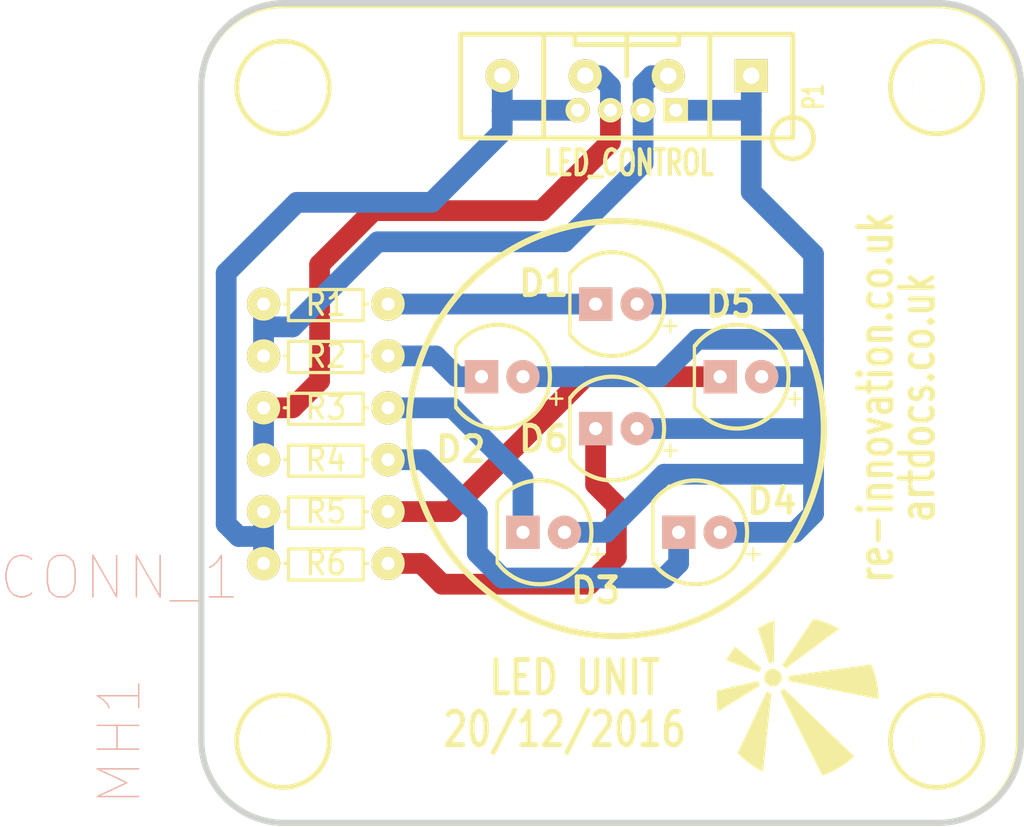
<source format=kicad_pcb>
(kicad_pcb (version 20221018) (generator pcbnew)
  (title_block (date "12 jul 2015"))
  (layers (0 "F.Cu" signal "Front") (31 "B.Cu" signal "Back") (34 "B.Paste" user) (35 "F.Paste" user) (36 "B.SilkS" user "B.Silkscreen") (37 "F.SilkS" user "F.Silkscreen") (38 "B.Mask" user) (39 "F.Mask" user) (44 "Edge.Cuts" user))
  (net 0 "")
  (net 1 "Net-(D1-Pad2)")
  (net 2 "Net-(D1-Pad1)")
  (net 3 "Net-(P1-Pad2)")
  (net 4 "Net-(P1-Pad3)")
  (net 5 "Net-(P1-Pad4)")
  (net 6 "Net-(D2-Pad1)")
  (net 7 "Net-(D3-Pad1)")
  (net 8 "Net-(D4-Pad1)")
  (net 9 "Net-(D5-Pad1)")
  (net 10 "Net-(D6-Pad1)")
  (footprint "REInnovationFootprint:TH_LED-5MM_larg_pad" (layer "F.Cu") (at 186.69 70.485 180)
    (fp_text reference "D1" (at 4.445 1.27 180) (layer "F.SilkS") (effects (font (size 1.524 1.524) (thickness 0.3048))))
    (fp_text value "LED" hide)
    (fp_text user "+" (at -3.302 -1.27 180) (layer "F.SilkS"))
    (fp_line (start 2.8448 1.905) (end 2.8448 -1.905) (stroke (width 0.2032)) (layer "F.SilkS"))
    (fp_arc (start 2.794 1.905) (mid -2.921 0.001668) (end 2.791997 -1.907668) (stroke (width 0.254)) (layer "F.SilkS"))
    (pad "1" thru_hole rect (at 1.27 0 180) (size 2.032 2.032) (drill 0.8128) (layers "*.Cu" "*.SilkS" "*.Mask" "F.Paste") (net 2 "Net-(D1-Pad1)"))
    (pad "2" thru_hole circle (at -1.27 0 180) (size 2.032 2.032) (drill 0.8128) (layers "*.Cu" "*.SilkS" "*.Mask" "F.Paste") (net 1 "Net-(D1-Pad2)"))
  )
  (footprint "REInnovationFootprint:TH_LED-5MM_larg_pad" (layer "F.Cu") (at 179.705 74.93 180)
    (fp_text reference "D2" (at 2.54 -4.445 180) (layer "F.SilkS") (effects (font (size 1.524 1.524) (thickness 0.3048))))
    (fp_text value "LED" hide)
    (fp_text user "+" (at -3.302 -1.27 180) (layer "F.SilkS"))
    (fp_line (start 2.8448 1.905) (end 2.8448 -1.905) (stroke (width 0.2032)) (layer "F.SilkS"))
    (fp_arc (start 2.794 1.905) (mid -2.921 0.001668) (end 2.791997 -1.907668) (stroke (width 0.254)) (layer "F.SilkS"))
    (pad "1" thru_hole rect (at 1.27 0 180) (size 2.032 2.032) (drill 0.8128) (layers "*.Cu" "*.SilkS" "*.Mask" "F.Paste") (net 6 "Net-(D2-Pad1)"))
    (pad "2" thru_hole circle (at -1.27 0 180) (size 2.032 2.032) (drill 0.8128) (layers "*.Cu" "*.SilkS" "*.Mask" "F.Paste") (net 1 "Net-(D1-Pad2)"))
  )
  (footprint "REInnovationFootprint:TH_LED-5MM_larg_pad" (layer "F.Cu") (at 182.245 84.455 180)
    (fp_text reference "D3" (at -3.175 -3.556 180) (layer "F.SilkS") (effects (font (size 1.524 1.524) (thickness 0.3048))))
    (fp_text value "LED" hide)
    (fp_text user "+" (at -3.302 -1.27 180) (layer "F.SilkS"))
    (fp_line (start 2.8448 1.905) (end 2.8448 -1.905) (stroke (width 0.2032)) (layer "F.SilkS"))
    (fp_arc (start 2.794 1.905) (mid -2.921 0.001668) (end 2.791997 -1.907668) (stroke (width 0.254)) (layer "F.SilkS"))
    (pad "1" thru_hole rect (at 1.27 0 180) (size 2.032 2.032) (drill 0.8128) (layers "*.Cu" "*.SilkS" "*.Mask" "F.Paste") (net 7 "Net-(D3-Pad1)"))
    (pad "2" thru_hole circle (at -1.27 0 180) (size 2.032 2.032) (drill 0.8128) (layers "*.Cu" "*.SilkS" "*.Mask" "F.Paste") (net 1 "Net-(D1-Pad2)"))
  )
  (footprint "REInnovationFootprint:TH_LED-5MM_larg_pad" (layer "F.Cu") (at 191.77 84.455 180)
    (fp_text reference "D4" (at -4.445 1.905 180) (layer "F.SilkS") (effects (font (size 1.524 1.524) (thickness 0.3048))))
    (fp_text value "LED" hide)
    (fp_text user "+" (at -3.302 -1.27 180) (layer "F.SilkS"))
    (fp_line (start 2.8448 1.905) (end 2.8448 -1.905) (stroke (width 0.2032)) (layer "F.SilkS"))
    (fp_arc (start 2.794 1.905) (mid -2.921 0.001668) (end 2.791997 -1.907668) (stroke (width 0.254)) (layer "F.SilkS"))
    (pad "1" thru_hole rect (at 1.27 0 180) (size 2.032 2.032) (drill 0.8128) (layers "*.Cu" "*.SilkS" "*.Mask" "F.Paste") (net 8 "Net-(D4-Pad1)"))
    (pad "2" thru_hole circle (at -1.27 0 180) (size 2.032 2.032) (drill 0.8128) (layers "*.Cu" "*.SilkS" "*.Mask" "F.Paste") (net 1 "Net-(D1-Pad2)"))
  )
  (footprint "REInnovationFootprint:TH_LED-5MM_larg_pad" (layer "F.Cu") (at 194.31 74.93 180)
    (fp_text reference "D5" (at 0.635 4.445 180) (layer "F.SilkS") (effects (font (size 1.524 1.524) (thickness 0.3048))))
    (fp_text value "LED" hide)
    (fp_text user "+" (at -3.302 -1.27 180) (layer "F.SilkS"))
    (fp_line (start 2.8448 1.905) (end 2.8448 -1.905) (stroke (width 0.2032)) (layer "F.SilkS"))
    (fp_arc (start 2.794 1.905) (mid -2.921 0.001668) (end 2.791997 -1.907668) (stroke (width 0.254)) (layer "F.SilkS"))
    (pad "1" thru_hole rect (at 1.27 0 180) (size 2.032 2.032) (drill 0.8128) (layers "*.Cu" "*.SilkS" "*.Mask" "F.Paste") (net 9 "Net-(D5-Pad1)"))
    (pad "2" thru_hole circle (at -1.27 0 180) (size 2.032 2.032) (drill 0.8128) (layers "*.Cu" "*.SilkS" "*.Mask" "F.Paste") (net 1 "Net-(D1-Pad2)"))
  )
  (footprint "REInnovationFootprint:TH_LED-5MM_larg_pad" (layer "F.Cu") (at 186.69 78.105 180)
    (fp_text reference "D6" (at 4.445 -0.635 180) (layer "F.SilkS") (effects (font (size 1.524 1.524) (thickness 0.3048))))
    (fp_text value "LED" hide)
    (fp_text user "+" (at -3.302 -1.27 180) (layer "F.SilkS"))
    (fp_line (start 2.8448 1.905) (end 2.8448 -1.905) (stroke (width 0.2032)) (layer "F.SilkS"))
    (fp_arc (start 2.794 1.905) (mid -2.921 0.001668) (end 2.791997 -1.907668) (stroke (width 0.254)) (layer "F.SilkS"))
    (pad "1" thru_hole rect (at 1.27 0 180) (size 2.032 2.032) (drill 0.8128) (layers "*.Cu" "*.SilkS" "*.Mask" "F.Paste") (net 10 "Net-(D6-Pad1)"))
    (pad "2" thru_hole circle (at -1.27 0 180) (size 2.032 2.032) (drill 0.8128) (layers "*.Cu" "*.SilkS" "*.Mask" "F.Paste") (net 1 "Net-(D1-Pad2)"))
  )
  (footprint "matts_components:reinnovation_logo_15mm" (layer "F.Cu") (at 198.12 95.25)
    (fp_text reference "LG1" hide)
    (fp_text value "CONN_1" hide)
    (fp_poly (pts (xy -1.30302 -1.89738) (xy -1.31318 -1.8034) (xy -1.33858 -1.71196) (xy -1.37922 -1.6256) (xy -1.4351 -1.54686) (xy -1.50368 -1.48082) (xy -1.58242 -1.42494) (xy -1.67132 -1.3843) (xy -1.69926 -1.37668) (xy -1.76022 -1.36398) (xy -1.82372 -1.35636) (xy -1.87706 -1.35636) (xy -1.88468 -1.35636) (xy -1.99136 -1.37668) (xy -2.08788 -1.41478) (xy -2.17424 -1.46812) (xy -2.2479 -1.53416) (xy -2.30886 -1.61544) (xy -2.35458 -1.70942) (xy -2.3622 -1.7272) (xy -2.37236 -1.7653) (xy -2.37998 -1.80086) (xy -2.38252 -1.8415) (xy -2.38506 -1.89484) (xy -2.38506 -1.905) (xy -2.38252 -1.95834) (xy -2.37998 -1.99898) (xy -2.3749 -2.02946) (xy -2.36474 -2.06248) (xy -2.35712 -2.0828) (xy -2.30886 -2.17932) (xy -2.2479 -2.26314) (xy -2.17424 -2.32918) (xy -2.09042 -2.38252) (xy -1.99644 -2.41808) (xy -1.89738 -2.43586) (xy -1.80594 -2.4384) (xy -1.70688 -2.42062) (xy -1.6129 -2.3876) (xy -1.52908 -2.3368) (xy -1.45542 -2.2733) (xy -1.39446 -2.19456) (xy -1.3462 -2.10566) (xy -1.31572 -2.00406) (xy -1.31318 -1.9939) (xy -1.30302 -1.89738)) (stroke (width 0.00254)) (fill solid) (layer "F.SilkS"))
    (fp_poly (pts (xy 2.21996 -4.89458) (xy 0.57912 -3.67538) (xy 0.4191 -3.556) (xy 0.26162 -3.43916) (xy 0.10922 -3.32486) (xy -0.03556 -3.21818) (xy -0.17526 -3.11404) (xy -0.30734 -3.01498) (xy -0.4318 -2.92354) (xy -0.54864 -2.83718) (xy -0.65278 -2.75844) (xy -0.7493 -2.68732) (xy -0.83312 -2.62636) (xy -0.90678 -2.57048) (xy -0.9652 -2.5273) (xy -1.01346 -2.49174) (xy -1.04648 -2.46888) (xy -1.06426 -2.45618) (xy -1.0668 -2.45364) (xy -1.07696 -2.45872) (xy -1.09728 -2.4765) (xy -1.12522 -2.50444) (xy -1.15062 -2.52984) (xy -1.18364 -2.56286) (xy -1.2192 -2.59588) (xy -1.2446 -2.62128) (xy -1.2573 -2.63144) (xy -1.29032 -2.6543) (xy -0.34544 -4.05892) (xy -0.24384 -4.21132) (xy -0.14478 -4.35864) (xy -0.04826 -4.50088) (xy 0.04318 -4.6355) (xy 0.12954 -4.76504) (xy 0.21082 -4.88696) (xy 0.28702 -4.99872) (xy 0.3556 -5.10032) (xy 0.4191 -5.1943) (xy 0.47244 -5.27558) (xy 0.51816 -5.34416) (xy 0.55626 -5.40004) (xy 0.5842 -5.44068) (xy 0.60198 -5.46862) (xy 0.6096 -5.47878) (xy 0.6096 -5.48132) (xy 0.61468 -5.4864) (xy 0.62738 -5.48894) (xy 0.6477 -5.4864) (xy 0.67818 -5.48132) (xy 0.72644 -5.4737) (xy 0.7366 -5.47116) (xy 0.8763 -5.44068) (xy 1.02616 -5.40004) (xy 1.18618 -5.34924) (xy 1.34874 -5.2959) (xy 1.51384 -5.2324) (xy 1.6256 -5.18922) (xy 1.67132 -5.1689) (xy 1.72974 -5.1435) (xy 1.79578 -5.11302) (xy 1.86436 -5.08) (xy 1.93548 -5.04444) (xy 2.00406 -5.01142) (xy 2.06756 -4.98094) (xy 2.1209 -4.953) (xy 2.16154 -4.93014) (xy 2.18186 -4.91744) (xy 2.21996 -4.89458)) (stroke (width 0.00254)) (fill solid) (layer "F.SilkS"))
    (fp_poly (pts (xy -1.7399 -5.31114) (xy -1.7399 -5.28574) (xy -1.7399 -5.24256) (xy -1.74244 -5.1816) (xy -1.74244 -5.1054) (xy -1.74498 -5.0165) (xy -1.74752 -4.9149) (xy -1.75006 -4.80314) (xy -1.7526 -4.68376) (xy -1.75514 -4.55676) (xy -1.75768 -4.42722) (xy -1.76276 -4.2926) (xy -1.7653 -4.15544) (xy -1.76784 -4.01828) (xy -1.77038 -3.88112) (xy -1.77546 -3.74904) (xy -1.778 -3.62204) (xy -1.78054 -3.50012) (xy -1.78308 -3.38582) (xy -1.78562 -3.28168) (xy -1.78816 -3.19024) (xy -1.7907 -3.1115) (xy -1.79324 -3.04546) (xy -1.79578 -2.9972) (xy -1.79578 -2.96672) (xy -1.79578 -2.96418) (xy -1.80086 -2.8321) (xy -1.87706 -2.82448) (xy -1.92786 -2.8194) (xy -1.98374 -2.80924) (xy -2.02438 -2.80162) (xy -2.05994 -2.79146) (xy -2.08788 -2.78638) (xy -2.10058 -2.78638) (xy -2.10312 -2.79654) (xy -2.11074 -2.82448) (xy -2.12598 -2.86766) (xy -2.14376 -2.92862) (xy -2.16916 -3.00228) (xy -2.1971 -3.08864) (xy -2.22758 -3.18516) (xy -2.26314 -3.29438) (xy -2.30124 -3.41376) (xy -2.34188 -3.54076) (xy -2.38506 -3.67284) (xy -2.43078 -3.81254) (xy -2.44602 -3.85572) (xy -2.49174 -3.99542) (xy -2.53492 -4.13258) (xy -2.57556 -4.26212) (xy -2.6162 -4.3815) (xy -2.65176 -4.4958) (xy -2.68478 -4.5974) (xy -2.71272 -4.68884) (xy -2.73812 -4.76504) (xy -2.75844 -4.83108) (xy -2.77368 -4.87934) (xy -2.78384 -4.91236) (xy -2.78892 -4.93014) (xy -2.7813 -4.93776) (xy -2.7559 -4.95046) (xy -2.7178 -4.97078) (xy -2.66954 -4.99618) (xy -2.61112 -5.0292) (xy -2.54254 -5.06222) (xy -2.5019 -5.08254) (xy -2.33934 -5.16128) (xy -2.18948 -5.22986) (xy -2.05232 -5.28828) (xy -1.9304 -5.33654) (xy -1.82372 -5.3721) (xy -1.7399 -5.3975) (xy -1.7399 -5.31114)) (stroke (width 0.00254)) (fill solid) (layer "F.SilkS"))
    (fp_poly (pts (xy -2.5527 -2.49428) (xy -2.55524 -2.48666) (xy -2.56794 -2.4638) (xy -2.58826 -2.43332) (xy -2.59842 -2.41554) (xy -2.62382 -2.3749) (xy -2.64922 -2.32918) (xy -2.667 -2.29362) (xy -2.66954 -2.286) (xy -2.68478 -2.25552) (xy -2.69748 -2.23774) (xy -2.7051 -2.23012) (xy -2.71526 -2.2352) (xy -2.7432 -2.24536) (xy -2.78638 -2.2606) (xy -2.84734 -2.28092) (xy -2.921 -2.30886) (xy -3.00736 -2.33934) (xy -3.10388 -2.3749) (xy -3.21056 -2.413) (xy -3.3274 -2.45618) (xy -3.45186 -2.5019) (xy -3.5814 -2.55016) (xy -3.71094 -2.59588) (xy -3.84556 -2.64414) (xy -3.9751 -2.6924) (xy -4.09702 -2.73812) (xy -4.21386 -2.77876) (xy -4.32054 -2.8194) (xy -4.41452 -2.85242) (xy -4.50088 -2.88544) (xy -4.572 -2.91084) (xy -4.63042 -2.93116) (xy -4.6736 -2.9464) (xy -4.699 -2.95656) (xy -4.70662 -2.9591) (xy -4.70662 -2.96926) (xy -4.69646 -2.98958) (xy -4.67868 -3.0226) (xy -4.65582 -3.06324) (xy -4.63296 -3.10896) (xy -4.60756 -3.15468) (xy -4.58216 -3.19786) (xy -4.56184 -3.22834) (xy -4.53136 -3.2766) (xy -4.4958 -3.33248) (xy -4.45516 -3.39344) (xy -4.41198 -3.45694) (xy -4.36626 -3.52044) (xy -4.32308 -3.5814) (xy -4.2799 -3.63982) (xy -4.2418 -3.69316) (xy -4.20624 -3.73634) (xy -4.18084 -3.7719) (xy -4.16052 -3.79222) (xy -4.1529 -3.79984) (xy -4.14274 -3.79476) (xy -4.11988 -3.77698) (xy -4.08686 -3.7465) (xy -4.0386 -3.7084) (xy -3.98018 -3.66268) (xy -3.91414 -3.60934) (xy -3.83794 -3.54838) (xy -3.75666 -3.48234) (xy -3.6703 -3.41122) (xy -3.57886 -3.33756) (xy -3.48488 -3.25882) (xy -3.38836 -3.18262) (xy -3.29184 -3.10134) (xy -3.19786 -3.02514) (xy -3.10388 -2.94894) (xy -3.01244 -2.87274) (xy -2.92608 -2.80416) (xy -2.84734 -2.73812) (xy -2.77368 -2.67716) (xy -2.70764 -2.62382) (xy -2.6543 -2.58064) (xy -2.60858 -2.54254) (xy -2.57556 -2.5146) (xy -2.55778 -2.49936) (xy -2.5527 -2.49428)) (stroke (width 0.00254)) (fill solid) (layer "F.SilkS"))
    (fp_poly (pts (xy -2.63652 -1.41478) (xy -2.63652 -1.4097) (xy -2.64668 -1.40462) (xy -2.66954 -1.38684) (xy -2.71018 -1.36398) (xy -2.76352 -1.33096) (xy -2.82956 -1.29032) (xy -2.90576 -1.24206) (xy -2.99466 -1.18872) (xy -3.08864 -1.12776) (xy -3.19532 -1.06426) (xy -3.30454 -0.99568) (xy -3.42138 -0.92456) (xy -3.5433 -0.84836) (xy -3.66776 -0.77216) (xy -3.79476 -0.69342) (xy -3.9243 -0.61214) (xy -4.05384 -0.5334) (xy -4.18084 -0.45466) (xy -4.3053 -0.37846) (xy -4.42722 -0.30226) (xy -4.54406 -0.23114) (xy -4.65582 -0.16256) (xy -4.75996 -0.09652) (xy -4.85902 -0.0381) (xy -4.94538 0.01778) (xy -5.02412 0.06604) (xy -5.09016 0.10668) (xy -5.14604 0.1397) (xy -5.18668 0.1651) (xy -5.21208 0.18034) (xy -5.22224 0.18542) (xy -5.22732 0.18034) (xy -5.2324 0.15748) (xy -5.23748 0.12446) (xy -5.24002 0.12192) (xy -5.26288 -0.0635) (xy -5.28066 -0.25654) (xy -5.28828 -0.46228) (xy -5.29082 -0.5842) (xy -5.28828 -0.65024) (xy -5.28828 -0.72136) (xy -5.28574 -0.79502) (xy -5.2832 -0.86868) (xy -5.28066 -0.93472) (xy -5.27812 -0.99822) (xy -5.27304 -1.04902) (xy -5.2705 -1.08966) (xy -5.26796 -1.11252) (xy -5.26542 -1.1176) (xy -5.25526 -1.12014) (xy -5.22732 -1.12776) (xy -5.1816 -1.13792) (xy -5.12064 -1.15316) (xy -5.04698 -1.1684) (xy -4.96062 -1.18872) (xy -4.8641 -1.21158) (xy -4.75742 -1.23698) (xy -4.64312 -1.26238) (xy -4.5212 -1.29032) (xy -4.39166 -1.3208) (xy -4.26212 -1.34874) (xy -4.1275 -1.37922) (xy -3.99288 -1.4097) (xy -3.85826 -1.44272) (xy -3.72364 -1.47066) (xy -3.5941 -1.50114) (xy -3.46964 -1.52908) (xy -3.35026 -1.55702) (xy -3.23596 -1.58242) (xy -3.13436 -1.60528) (xy -3.04038 -1.6256) (xy -2.9591 -1.64592) (xy -2.89052 -1.66116) (xy -2.83464 -1.67132) (xy -2.79654 -1.68148) (xy -2.77368 -1.68656) (xy -2.7559 -1.6891) (xy -2.7432 -1.68402) (xy -2.73558 -1.66878) (xy -2.72542 -1.6383) (xy -2.71526 -1.60528) (xy -2.69748 -1.55956) (xy -2.67716 -1.51384) (xy -2.66954 -1.50114) (xy -2.65176 -1.46304) (xy -2.6416 -1.43256) (xy -2.63652 -1.41478)) (stroke (width 0.00254)) (fill solid) (layer "F.SilkS"))
    (fp_poly (pts (xy 3.12928 2.91592) (xy 3.06324 2.97942) (xy 2.88036 3.13944) (xy 2.68224 3.29692) (xy 2.47142 3.44678) (xy 2.25044 3.58902) (xy 2.02692 3.7211) (xy 1.80086 3.83794) (xy 1.5748 3.93954) (xy 1.52908 3.95986) (xy 1.48336 3.97764) (xy 1.43256 3.99796) (xy 1.37668 4.01828) (xy 1.3208 4.0386) (xy 1.27 4.05892) (xy 1.22428 4.07416) (xy 1.19126 4.08432) (xy 1.17094 4.0894) (xy 1.1684 4.0894) (xy 1.16332 4.08178) (xy 1.15062 4.05384) (xy 1.12776 4.0132) (xy 1.09982 3.95478) (xy 1.06172 3.88112) (xy 1.016 3.79222) (xy 0.9652 3.69062) (xy 0.90678 3.57632) (xy 0.84328 3.45186) (xy 0.7747 3.31216) (xy 0.6985 3.16484) (xy 0.61976 3.00482) (xy 0.5334 2.83718) (xy 0.44704 2.65938) (xy 0.35306 2.47396) (xy 0.25654 2.28092) (xy 0.15748 2.0828) (xy 0.05334 1.87706) (xy -0.0508 1.66878) (xy -0.127 1.51892) (xy -0.23368 1.30556) (xy -0.33782 1.09474) (xy -0.43942 0.89154) (xy -0.53594 0.69596) (xy -0.63246 0.50546) (xy -0.7239 0.32258) (xy -0.81026 0.14732) (xy -0.89154 -0.01778) (xy -0.97028 -0.17526) (xy -1.0414 -0.32004) (xy -1.10998 -0.45466) (xy -1.17094 -0.57912) (xy -1.22428 -0.68834) (xy -1.27254 -0.7874) (xy -1.31318 -0.87122) (xy -1.34874 -0.9398) (xy -1.37414 -0.99314) (xy -1.39192 -1.03124) (xy -1.40208 -1.05156) (xy -1.40462 -1.05664) (xy -1.3843 -1.0668) (xy -1.35382 -1.08458) (xy -1.31826 -1.10998) (xy -1.28016 -1.13792) (xy -1.24714 -1.16586) (xy -1.22174 -1.18618) (xy -1.17094 -1.2319) (xy -1.02616 -1.09474) (xy -1.00584 -1.07442) (xy -0.97282 -1.04394) (xy -0.9271 -0.99822) (xy -0.86868 -0.94234) (xy -0.79756 -0.87376) (xy -0.71374 -0.79502) (xy -0.6223 -0.70612) (xy -0.5207 -0.60706) (xy -0.40894 -0.49784) (xy -0.28702 -0.381) (xy -0.16002 -0.25908) (xy -0.02286 -0.127) (xy 0.11938 0.01016) (xy 0.26924 0.15494) (xy 0.42418 0.30226) (xy 0.58166 0.4572) (xy 0.74676 0.61468) (xy 0.9144 0.7747) (xy 1.08204 0.9398) (xy 1.12522 0.98044) (xy 3.12928 2.91592)) (stroke (width 0.00254)) (fill solid) (layer "F.SilkS"))
    (fp_poly (pts (xy 4.62026 -0.70866) (xy 4.62026 -0.65786) (xy 4.61772 -0.62484) (xy 4.61518 -0.60452) (xy 4.61264 -0.59436) (xy 4.60502 -0.59182) (xy 4.60248 -0.59182) (xy 4.59232 -0.59436) (xy 4.56184 -0.59944) (xy 4.51358 -0.6096) (xy 4.44754 -0.6223) (xy 4.36626 -0.63754) (xy 4.26974 -0.65786) (xy 4.15798 -0.68072) (xy 4.03098 -0.70612) (xy 3.89128 -0.73406) (xy 3.73888 -0.76454) (xy 3.57632 -0.79756) (xy 3.40106 -0.83058) (xy 3.21818 -0.86868) (xy 3.02514 -0.90678) (xy 2.82194 -0.94742) (xy 2.61366 -0.9906) (xy 2.39522 -1.03378) (xy 2.1717 -1.0795) (xy 1.94564 -1.12522) (xy 1.86944 -1.14046) (xy 1.64084 -1.18618) (xy 1.41478 -1.2319) (xy 1.19634 -1.27762) (xy 0.98298 -1.31826) (xy 0.77724 -1.36144) (xy 0.58166 -1.39954) (xy 0.3937 -1.43764) (xy 0.2159 -1.47574) (xy 0.04572 -1.50876) (xy -0.10922 -1.53924) (xy -0.254 -1.56972) (xy -0.38608 -1.59512) (xy -0.50292 -1.62052) (xy -0.60706 -1.64084) (xy -0.69342 -1.65862) (xy -0.76708 -1.67132) (xy -0.82042 -1.68402) (xy -0.85852 -1.69164) (xy -0.8763 -1.69418) (xy -0.87884 -1.69418) (xy -0.89916 -1.69926) (xy -0.90678 -1.70942) (xy -0.90678 -1.7272) (xy -0.90424 -1.74244) (xy -0.9017 -1.77038) (xy -0.89916 -1.81102) (xy -0.89916 -1.86182) (xy -0.89916 -1.89484) (xy -0.89916 -2.0066) (xy 1.60782 -2.35966) (xy 1.8288 -2.39014) (xy 2.04724 -2.42062) (xy 2.25806 -2.4511) (xy 2.46126 -2.47904) (xy 2.65684 -2.50698) (xy 2.8448 -2.53238) (xy 3.02514 -2.55778) (xy 3.19278 -2.58318) (xy 3.35026 -2.6035) (xy 3.49758 -2.62636) (xy 3.62966 -2.64414) (xy 3.74904 -2.66192) (xy 3.85572 -2.67716) (xy 3.94462 -2.68986) (xy 4.01828 -2.70002) (xy 4.0767 -2.70764) (xy 4.1148 -2.71272) (xy 4.13766 -2.71526) (xy 4.1402 -2.7178) (xy 4.1529 -2.7178) (xy 4.16052 -2.71272) (xy 4.17068 -2.70002) (xy 4.18338 -2.67716) (xy 4.20116 -2.63906) (xy 4.20878 -2.61874) (xy 4.3053 -2.36728) (xy 4.39166 -2.10312) (xy 4.46786 -1.83134) (xy 4.52628 -1.55448) (xy 4.56946 -1.30302) (xy 4.58216 -1.20142) (xy 4.59486 -1.09474) (xy 4.60502 -0.98806) (xy 4.61264 -0.88392) (xy 4.61772 -0.78994) (xy 4.62026 -0.7112) (xy 4.62026 -0.70866)) (stroke (width 0.00254)) (fill solid) (layer "F.SilkS"))
    (fp_poly (pts (xy -1.94056 -0.9652) (xy -1.94564 -0.92964) (xy -1.94818 -0.91694) (xy -1.95072 -0.88646) (xy -1.9558 -0.83566) (xy -1.96342 -0.76708) (xy -1.97104 -0.68326) (xy -1.9812 -0.5842) (xy -1.9939 -0.4699) (xy -2.00914 -0.3429) (xy -2.02184 -0.2032) (xy -2.03962 -0.0508) (xy -2.05486 0.11176) (xy -2.07518 0.28702) (xy -2.09296 0.46736) (xy -2.11328 0.6604) (xy -2.1336 0.85852) (xy -2.15646 1.06172) (xy -2.17678 1.27254) (xy -2.19456 1.44018) (xy -2.2225 1.69926) (xy -2.2479 1.93802) (xy -2.27076 2.16154) (xy -2.29108 2.36474) (xy -2.3114 2.55016) (xy -2.32918 2.72034) (xy -2.34696 2.87528) (xy -2.3622 3.01752) (xy -2.3749 3.14198) (xy -2.38506 3.25628) (xy -2.39776 3.35788) (xy -2.40538 3.44424) (xy -2.41554 3.52298) (xy -2.42316 3.59156) (xy -2.42824 3.64744) (xy -2.43332 3.6957) (xy -2.4384 3.73888) (xy -2.44348 3.7719) (xy -2.44602 3.7973) (xy -2.44856 3.81762) (xy -2.4511 3.83286) (xy -2.4511 3.84556) (xy -2.45364 3.85318) (xy -2.45364 3.85826) (xy -2.45618 3.85826) (xy -2.45618 3.8608) (xy -2.45872 3.8608) (xy -2.46888 3.85572) (xy -2.49428 3.84302) (xy -2.52984 3.82524) (xy -2.57556 3.80238) (xy -2.60604 3.78714) (xy -2.8829 3.62966) (xy -3.14706 3.45948) (xy -3.39598 3.2766) (xy -3.6322 3.08102) (xy -3.85064 2.87274) (xy -3.87858 2.84734) (xy -3.91922 2.80416) (xy -3.95478 2.76606) (xy -3.98272 2.73304) (xy -4.00304 2.71272) (xy -4.01066 2.70256) (xy -4.01066 2.70002) (xy -4.00558 2.6924) (xy -3.99288 2.66446) (xy -3.97256 2.62128) (xy -3.94462 2.56286) (xy -3.9116 2.4892) (xy -3.87096 2.40284) (xy -3.8227 2.30124) (xy -3.76936 2.18948) (xy -3.71094 2.06502) (xy -3.64744 1.9304) (xy -3.57886 1.78816) (xy -3.50774 1.63576) (xy -3.43154 1.4732) (xy -3.3528 1.30556) (xy -3.26898 1.13284) (xy -3.18516 0.95504) (xy -3.1242 0.82804) (xy -3.03784 0.6477) (xy -2.95402 0.4699) (xy -2.87274 0.29718) (xy -2.794 0.13208) (xy -2.72034 -0.0254) (xy -2.64922 -0.17526) (xy -2.58064 -0.3175) (xy -2.51968 -0.44704) (xy -2.46126 -0.56642) (xy -2.41046 -0.67564) (xy -2.36474 -0.77216) (xy -2.32664 -0.85598) (xy -2.29362 -0.92456) (xy -2.26822 -0.9779) (xy -2.25044 -1.016) (xy -2.24028 -1.03886) (xy -2.23774 -1.04394) (xy -2.22758 -1.04394) (xy -2.20472 -1.03632) (xy -2.17424 -1.02616) (xy -2.1336 -1.01092) (xy -2.08534 -0.99822) (xy -2.03454 -0.98552) (xy -2.02692 -0.98298) (xy -1.94056 -0.9652)) (stroke (width 0.00254)) (fill solid) (layer "F.SilkS"))
  )
  (footprint "REInnovationFootprint:PCB_50x50mm" (layer "F.Cu") (at 161.29 102.235)
    (fp_text reference "MH1" (at -5 -5 90) (layer "B.SilkS") (effects (font (size 2.54 2.54) (thickness 0.0889))))
    (fp_text value "CONN_1" (at -5 -15) (layer "B.SilkS") (effects (font (size 2.54 2.54) (thickness 0.0889))))
    (fp_line (start 0 -45) (end 0 -5) (stroke (width 0.3)) (layer "F.SilkS"))
    (fp_line (start 5 0) (end 45 0) (stroke (width 0.3)) (layer "F.SilkS"))
    (fp_line (start 45 -50) (end 5 -50) (stroke (width 0.3)) (layer "F.SilkS"))
    (fp_line (start 50 -5) (end 50 -45) (stroke (width 0.3)) (layer "F.SilkS"))
    (fp_arc (start 0 -45) (mid 1.464466 -48.535534) (end 5 -50) (stroke (width 0.3)) (layer "F.SilkS"))
    (fp_arc (start 5 0) (mid 1.464466 -1.464466) (end 0 -5) (stroke (width 0.3)) (layer "F.SilkS"))
    (fp_arc (start 45 -50) (mid 48.535534 -48.535534) (end 50 -45) (stroke (width 0.3)) (layer "F.SilkS"))
    (fp_arc (start 50 -5) (mid 48.535534 -1.464466) (end 45 0) (stroke (width 0.3)) (layer "F.SilkS"))
    (fp_circle (center 5 -45) (end 7 -43) (stroke (width 0.3)) (fill none) (layer "F.SilkS"))
    (fp_circle (center 5 -5) (end 7 -3) (stroke (width 0.3)) (fill none) (layer "F.SilkS"))
    (fp_circle (center 45 -45) (end 47 -43) (stroke (width 0.3)) (fill none) (layer "F.SilkS"))
    (fp_circle (center 45 -5) (end 47 -3) (stroke (width 0.3)) (fill none) (layer "F.SilkS"))
    (pad "" np_thru_hole circle (at 5 -45) (size 3 3) (drill 3) (layers "*.Cu" "*.Mask" "F.SilkS"))
    (pad "" np_thru_hole circle (at 5 -5) (size 3 3) (drill 3) (layers "*.Cu" "*.Mask" "F.SilkS"))
    (pad "" np_thru_hole circle (at 45 -45) (size 3 3) (drill 3) (layers "*.Cu" "*.Mask" "F.SilkS"))
    (pad "" np_thru_hole circle (at 45 -5) (size 3 3) (drill 3) (layers "*.Cu" "*.Mask" "F.SilkS"))
  )
  (footprint "REInnovationFootprint:SIL-4_Grove_SCREW" (layer "F.Cu") (at 187.325 56.515 180)
    (fp_text reference "P1" (at -11.43 -1.27 270) (layer "F.SilkS") (effects (font (size 1.2 0.8) (thickness 0.2))))
    (fp_text value "LED_CONTROL" (at -0.127 -5.334) (layer "F.SilkS") (effects (font (size 1.524 1.016) (thickness 0.254))))
    (fp_line (start -10.16 -3.81) (end 10.16 -3.81) (stroke (width 0.3)) (layer "F.SilkS"))
    (fp_line (start -10.16 2.54) (end -10.16 -3.81) (stroke (width 0.3)) (layer "F.SilkS"))
    (fp_line (start -5.08 -3.81) (end -5.08 2.54) (stroke (width 0.3)) (layer "F.SilkS"))
    (fp_line (start -3.175 1.905) (end 3.175 1.905) (stroke (width 0.3)) (layer "F.SilkS"))
    (fp_line (start -3.175 2.54) (end -3.175 1.905) (stroke (width 0.3)) (layer "F.SilkS"))
    (fp_line (start 0 0) (end 0 2.54) (stroke (width 0.3)) (layer "F.SilkS"))
    (fp_line (start 3.175 1.905) (end 3.175 2.54) (stroke (width 0.3)) (layer "F.SilkS"))
    (fp_line (start 5.08 -3.81) (end 5.08 2.54) (stroke (width 0.3)) (layer "F.SilkS"))
    (fp_line (start 10.16 -3.81) (end 10.16 2.54) (stroke (width 0.3)) (layer "F.SilkS"))
    (fp_line (start 10.16 2.54) (end -10.16 2.54) (stroke (width 0.3)) (layer "F.SilkS"))
    (fp_circle (center -10.16 -3.81) (end -8.89 -3.81) (stroke (width 0.3)) (fill none) (layer "F.SilkS"))
    (pad "1" thru_hole rect (at -7.62 0 180) (size 2.032 2.032) (drill 1.00076) (layers "*.Cu" "*.Mask" "F.SilkS") (net 1 "Net-(D1-Pad2)"))
    (pad "1" thru_hole rect (at -3 -2.111 180) (size 1.5 1.5) (drill 0.8) (layers "*.Cu" "*.Mask" "F.SilkS") (net 1 "Net-(D1-Pad2)"))
    (pad "2" thru_hole circle (at -2.54 0 180) (size 2.032 2.032) (drill 1.00076) (layers "*.Cu" "*.Mask" "F.SilkS") (net 3 "Net-(P1-Pad2)"))
    (pad "2" thru_hole circle (at -1 -2.111 180) (size 1.5 1.5) (drill 0.8) (layers "*.Cu" "*.Mask" "F.SilkS") (net 3 "Net-(P1-Pad2)"))
    (pad "3" thru_hole circle (at 1 -2.111 180) (size 1.5 1.5) (drill 0.8) (layers "*.Cu" "*.Mask" "F.SilkS") (net 4 "Net-(P1-Pad3)"))
    (pad "3" thru_hole circle (at 2.54 0 180) (size 2.032 2.032) (drill 1.00076) (layers "*.Cu" "*.Mask" "F.SilkS") (net 4 "Net-(P1-Pad3)"))
    (pad "4" thru_hole circle (at 3 -2.111 180) (size 1.5 1.5) (drill 0.8) (layers "*.Cu" "*.Mask" "F.SilkS") (net 5 "Net-(P1-Pad4)"))
    (pad "4" thru_hole circle (at 7.62 0 180) (size 2.032 2.032) (drill 1.00076) (layers "*.Cu" "*.Mask" "F.SilkS") (net 5 "Net-(P1-Pad4)"))
  )
  (footprint "REInnovationFootprint:TH_Resistor_1" (layer "F.Cu") (at 168.91 70.485 180)
    (fp_text reference "R1" (at 0 0 180) (layer "F.SilkS") (effects (font (size 1.397 1.27) (thickness 0.2032))))
    (fp_text value "330" hide)
    (fp_line (start -2.286 -1.016) (end -2.286 0.889) (stroke (width 0.2)) (layer "F.SilkS"))
    (fp_line (start -2.286 0) (end -2.54 0) (stroke (width 0.2)) (layer "F.SilkS"))
    (fp_line (start -2.286 0.889) (end 2.286 0.889) (stroke (width 0.2)) (layer "F.SilkS"))
    (fp_line (start 2.286 -1.016) (end -2.286 -1.016) (stroke (width 0.2)) (layer "F.SilkS"))
    (fp_line (start 2.286 0) (end 2.54 0) (stroke (width 0.2)) (layer "F.SilkS"))
    (fp_line (start 2.286 0.889) (end 2.286 -1.016) (stroke (width 0.2)) (layer "F.SilkS"))
    (pad "1" thru_hole circle (at -3.81 0 180) (size 2.032 2.032) (drill 0.8001) (layers "*.Cu" "*.Mask" "F.SilkS") (net 2 "Net-(D1-Pad1)"))
    (pad "2" thru_hole circle (at 3.81 0 180) (size 2.032 2.032) (drill 0.8001) (layers "*.Cu" "*.Mask" "F.SilkS") (net 3 "Net-(P1-Pad2)"))
  )
  (footprint "REInnovationFootprint:TH_Resistor_1" (layer "F.Cu") (at 168.91 73.66 180)
    (fp_text reference "R2" (at 0 0 180) (layer "F.SilkS") (effects (font (size 1.397 1.27) (thickness 0.2032))))
    (fp_text value "330" hide)
    (fp_line (start -2.286 -1.016) (end -2.286 0.889) (stroke (width 0.2)) (layer "F.SilkS"))
    (fp_line (start -2.286 0) (end -2.54 0) (stroke (width 0.2)) (layer "F.SilkS"))
    (fp_line (start -2.286 0.889) (end 2.286 0.889) (stroke (width 0.2)) (layer "F.SilkS"))
    (fp_line (start 2.286 -1.016) (end -2.286 -1.016) (stroke (width 0.2)) (layer "F.SilkS"))
    (fp_line (start 2.286 0) (end 2.54 0) (stroke (width 0.2)) (layer "F.SilkS"))
    (fp_line (start 2.286 0.889) (end 2.286 -1.016) (stroke (width 0.2)) (layer "F.SilkS"))
    (pad "1" thru_hole circle (at -3.81 0 180) (size 2.032 2.032) (drill 0.8001) (layers "*.Cu" "*.Mask" "F.SilkS") (net 6 "Net-(D2-Pad1)"))
    (pad "2" thru_hole circle (at 3.81 0 180) (size 2.032 2.032) (drill 0.8001) (layers "*.Cu" "*.Mask" "F.SilkS") (net 3 "Net-(P1-Pad2)"))
  )
  (footprint "REInnovationFootprint:TH_Resistor_1" (layer "F.Cu") (at 168.91 76.835 180)
    (fp_text reference "R3" (at 0 0 180) (layer "F.SilkS") (effects (font (size 1.397 1.27) (thickness 0.2032))))
    (fp_text value "330" hide)
    (fp_line (start -2.286 -1.016) (end -2.286 0.889) (stroke (width 0.2)) (layer "F.SilkS"))
    (fp_line (start -2.286 0) (end -2.54 0) (stroke (width 0.2)) (layer "F.SilkS"))
    (fp_line (start -2.286 0.889) (end 2.286 0.889) (stroke (width 0.2)) (layer "F.SilkS"))
    (fp_line (start 2.286 -1.016) (end -2.286 -1.016) (stroke (width 0.2)) (layer "F.SilkS"))
    (fp_line (start 2.286 0) (end 2.54 0) (stroke (width 0.2)) (layer "F.SilkS"))
    (fp_line (start 2.286 0.889) (end 2.286 -1.016) (stroke (width 0.2)) (layer "F.SilkS"))
    (pad "1" thru_hole circle (at -3.81 0 180) (size 2.032 2.032) (drill 0.8001) (layers "*.Cu" "*.Mask" "F.SilkS") (net 7 "Net-(D3-Pad1)"))
    (pad "2" thru_hole circle (at 3.81 0 180) (size 2.032 2.032) (drill 0.8001) (layers "*.Cu" "*.Mask" "F.SilkS") (net 4 "Net-(P1-Pad3)"))
  )
  (footprint "REInnovationFootprint:TH_Resistor_1" (layer "F.Cu") (at 168.91 80.01 180)
    (fp_text reference "R4" (at 0 0 180) (layer "F.SilkS") (effects (font (size 1.397 1.27) (thickness 0.2032))))
    (fp_text value "330" hide)
    (fp_line (start -2.286 -1.016) (end -2.286 0.889) (stroke (width 0.2)) (layer "F.SilkS"))
    (fp_line (start -2.286 0) (end -2.54 0) (stroke (width 0.2)) (layer "F.SilkS"))
    (fp_line (start -2.286 0.889) (end 2.286 0.889) (stroke (width 0.2)) (layer "F.SilkS"))
    (fp_line (start 2.286 -1.016) (end -2.286 -1.016) (stroke (width 0.2)) (layer "F.SilkS"))
    (fp_line (start 2.286 0) (end 2.54 0) (stroke (width 0.2)) (layer "F.SilkS"))
    (fp_line (start 2.286 0.889) (end 2.286 -1.016) (stroke (width 0.2)) (layer "F.SilkS"))
    (pad "1" thru_hole circle (at -3.81 0 180) (size 2.032 2.032) (drill 0.8001) (layers "*.Cu" "*.Mask" "F.SilkS") (net 8 "Net-(D4-Pad1)"))
    (pad "2" thru_hole circle (at 3.81 0 180) (size 2.032 2.032) (drill 0.8001) (layers "*.Cu" "*.Mask" "F.SilkS") (net 4 "Net-(P1-Pad3)"))
  )
  (footprint "REInnovationFootprint:TH_Resistor_1" (layer "F.Cu") (at 168.91 83.185 180)
    (fp_text reference "R5" (at 0 0 180) (layer "F.SilkS") (effects (font (size 1.397 1.27) (thickness 0.2032))))
    (fp_text value "330" hide)
    (fp_line (start -2.286 -1.016) (end -2.286 0.889) (stroke (width 0.2)) (layer "F.SilkS"))
    (fp_line (start -2.286 0) (end -2.54 0) (stroke (width 0.2)) (layer "F.SilkS"))
    (fp_line (start -2.286 0.889) (end 2.286 0.889) (stroke (width 0.2)) (layer "F.SilkS"))
    (fp_line (start 2.286 -1.016) (end -2.286 -1.016) (stroke (width 0.2)) (layer "F.SilkS"))
    (fp_line (start 2.286 0) (end 2.54 0) (stroke (width 0.2)) (layer "F.SilkS"))
    (fp_line (start 2.286 0.889) (end 2.286 -1.016) (stroke (width 0.2)) (layer "F.SilkS"))
    (pad "1" thru_hole circle (at -3.81 0 180) (size 2.032 2.032) (drill 0.8001) (layers "*.Cu" "*.Mask" "F.SilkS") (net 9 "Net-(D5-Pad1)"))
    (pad "2" thru_hole circle (at 3.81 0 180) (size 2.032 2.032) (drill 0.8001) (layers "*.Cu" "*.Mask" "F.SilkS") (net 5 "Net-(P1-Pad4)"))
  )
  (footprint "REInnovationFootprint:TH_Resistor_1" (layer "F.Cu") (at 168.91 86.36 180)
    (fp_text reference "R6" (at 0 0 180) (layer "F.SilkS") (effects (font (size 1.397 1.27) (thickness 0.2032))))
    (fp_text value "330" hide)
    (fp_line (start -2.286 -1.016) (end -2.286 0.889) (stroke (width 0.2)) (layer "F.SilkS"))
    (fp_line (start -2.286 0) (end -2.54 0) (stroke (width 0.2)) (layer "F.SilkS"))
    (fp_line (start -2.286 0.889) (end 2.286 0.889) (stroke (width 0.2)) (layer "F.SilkS"))
    (fp_line (start 2.286 -1.016) (end -2.286 -1.016) (stroke (width 0.2)) (layer "F.SilkS"))
    (fp_line (start 2.286 0) (end 2.54 0) (stroke (width 0.2)) (layer "F.SilkS"))
    (fp_line (start 2.286 0.889) (end 2.286 -1.016) (stroke (width 0.2)) (layer "F.SilkS"))
    (pad "1" thru_hole circle (at -3.81 0 180) (size 2.032 2.032) (drill 0.8001) (layers "*.Cu" "*.Mask" "F.SilkS") (net 10 "Net-(D6-Pad1)"))
    (pad "2" thru_hole circle (at 3.81 0 180) (size 2.032 2.032) (drill 0.8001) (layers "*.Cu" "*.Mask" "F.SilkS") (net 5 "Net-(P1-Pad4)"))
  )
  (gr_circle (center 186.69 78.105) (end 196.85 70.485) (stroke (width 0.381)) (fill none) (layer "F.SilkS"))
  (gr_line (start 161.29 97.155) (end 161.29 57.15) (stroke (width 0.381)) (layer "Edge.Cuts"))
  (gr_arc (start 161.29 57.15) (mid 162.777898 53.557898) (end 166.37 52.07) (stroke (width 0.381)) (layer "Edge.Cuts"))
  (gr_line (start 166.37 52.07) (end 206.375 52.07) (stroke (width 0.381)) (layer "Edge.Cuts"))
  (gr_arc (start 211.455 97.155) (mid 209.967102 100.747102) (end 206.375 102.235) (stroke (width 0.381)) (layer "Edge.Cuts"))
  (gr_line (start 206.375 102.235) (end 166.37 102.235) (stroke (width 0.381)) (layer "Edge.Cuts"))
  (gr_arc (start 166.37 102.235) (mid 162.777898 100.747102) (end 161.29 97.155) (stroke (width 0.381)) (layer "Edge.Cuts"))
  (gr_arc (start 206.375 52.07) (mid 209.967102 53.557898) (end 211.455 57.15) (stroke (width 0.381)) (layer "Edge.Cuts"))
  (gr_line (start 211.455 57.15) (end 211.455 97.155) (stroke (width 0.381)) (layer "Edge.Cuts"))
  (gr_text "artdocs.co.uk" (at 205.105 76.2 90) (layer "F.SilkS") (effects (font (size 2.032 1.524) (thickness 0.3048))))
  (gr_text "20/12/2016" (at 183.515 96.52) (layer "F.SilkS") (effects (font (size 2.032 1.524) (thickness 0.3048))))
  (gr_text "LED UNIT" (at 184.15 93.345) (layer "F.SilkS") (effects (font (size 2.032 1.524) (thickness 0.3048))))
  (gr_text "re-innovation.co.uk" (at 202.565 76.2 90) (layer "F.SilkS") (effects (font (size 2.032 1.524) (thickness 0.3048))))
  (segment (start 194.485 58.626) (end 194.945 58.166) (width 0.762) (layer "B.Cu") (net 1))
  (segment (start 194.945 58.166) (end 194.945 56.515) (width 0.762) (layer "B.Cu") (net 1))
  (segment (start 186.055 84.455) (end 189.484 81.026) (width 0.762) (layer "B.Cu") (net 1))
  (segment (start 189.484 81.026) (end 198.755 81.026) (width 0.762) (layer "B.Cu") (net 1))
  (segment (start 198.755 81.026) (end 198.755 80.645) (width 0.762) (layer "B.Cu") (net 1))
  (segment (start 198.755 67.437) (end 194.945 63.627) (width 0.762) (layer "B.Cu") (net 1))
  (segment (start 198.755 74.93) (end 198.755 72.644) (width 0.762) (layer "B.Cu") (net 1))
  (segment (start 198.755 70.485) (end 198.628 70.485) (width 0.762) (layer "B.Cu") (net 1))
  (segment (start 198.628 70.485) (end 198.755 70.485) (width 0.762) (layer "B.Cu") (net 1))
  (segment (start 198.755 70.485) (end 198.755 67.437) (width 0.762) (layer "B.Cu") (net 1))
  (segment (start 189.357 74.93) (end 191.643 72.644) (width 0.762) (layer "B.Cu") (net 1))
  (segment (start 191.643 72.644) (end 198.755 72.644) (width 0.762) (layer "B.Cu") (net 1))
  (segment (start 198.755 72.644) (end 198.755 70.485) (width 0.762) (layer "B.Cu") (net 1))
  (segment (start 198.755 78.105) (end 198.628 78.105) (width 0.762) (layer "B.Cu") (net 1))
  (segment (start 198.628 78.105) (end 198.755 78.105) (width 0.762) (layer "B.Cu") (net 1))
  (segment (start 198.755 78.105) (end 198.755 74.93) (width 0.762) (layer "B.Cu") (net 1))
  (segment (start 198.755 80.645) (end 198.755 78.105) (width 0.762) (layer "B.Cu") (net 1))
  (segment (start 198.755 83.312) (end 197.612 84.455) (width 0.762) (layer "B.Cu") (net 1))
  (segment (start 197.612 84.455) (end 193.04 84.455) (width 0.762) (layer "B.Cu") (net 1))
  (segment (start 194.945 63.627) (end 198.755 67.437) (width 1.27) (layer "B.Cu") (net 1))
  (segment (start 198.755 67.437) (end 198.755 78.486) (width 1.27) (layer "B.Cu") (net 1))
  (segment (start 198.755 83.312) (end 197.612 84.455) (width 1.27) (layer "B.Cu") (net 1))
  (segment (start 197.612 84.455) (end 193.04 84.455) (width 1.27) (layer "B.Cu") (net 1))
  (segment (start 186.055 84.455) (end 189.611 80.899) (width 1.27) (layer "B.Cu") (net 1))
  (segment (start 189.611 80.899) (end 198.755 80.899) (width 1.27) (layer "B.Cu") (net 1))
  (segment (start 198.755 80.899) (end 198.755 83.312) (width 1.27) (layer "B.Cu") (net 1))
  (segment (start 198.374 78.105) (end 198.755 78.486) (width 1.27) (layer "B.Cu") (net 1))
  (segment (start 198.755 78.486) (end 198.755 80.899) (width 1.27) (layer "B.Cu") (net 1))
  (segment (start 189.357 74.93) (end 191.643 72.644) (width 1.27) (layer "B.Cu") (net 1))
  (segment (start 191.643 72.644) (end 198.755 72.644) (width 1.27) (layer "B.Cu") (net 1))
  (segment (start 194.945 58.626) (end 194.485 58.626) (width 1.27) (layer "B.Cu") (net 1))
  (segment (start 180.975 74.93) (end 189.357 74.93) (width 1.27) (layer "B.Cu") (net 1))
  (segment (start 194.945 56.515) (end 194.945 63.627) (width 1.27) (layer "B.Cu") (net 1))
  (segment (start 187.96 70.485) (end 198.755 70.485) (width 1.27) (layer "B.Cu") (net 1))
  (segment (start 183.515 84.455) (end 186.055 84.455) (width 1.27) (layer "B.Cu") (net 1))
  (segment (start 187.96 78.105) (end 198.755 78.105) (width 0.762) (layer "B.Cu") (net 1))
  (segment (start 198.755 80.645) (end 198.755 83.312) (width 0.762) (layer "B.Cu") (net 1))
  (segment (start 195.58 74.93) (end 198.755 74.93) (width 1.27) (layer "B.Cu") (net 1))
  (segment (start 187.96 78.105) (end 198.374 78.105) (width 1.27) (layer "B.Cu") (net 1))
  (segment (start 190.325 58.626) (end 194.945 58.626) (width 1.27) (layer "B.Cu") (net 1))
  (segment (start 172.72 70.485) (end 185.42 70.485) (width 1.27) (layer "B.Cu") (net 2))
  (segment (start 188.325 57.039) (end 188.849 56.515) (width 0.762) (layer "B.Cu") (net 3))
  (segment (start 165.1 71.882) (end 165.1 70.485) (width 0.762) (layer "B.Cu") (net 3))
  (segment (start 188.325 61.865) (end 183.515 66.675) (width 1.27) (layer "B.Cu") (net 3))
  (segment (start 183.515 66.675) (end 172.085 66.675) (width 1.27) (layer "B.Cu") (net 3))
  (segment (start 172.085 66.675) (end 166.878 71.882) (width 1.27) (layer "B.Cu") (net 3))
  (segment (start 166.878 71.882) (end 165.1 71.882) (width 1.27) (layer "B.Cu") (net 3))
  (segment (start 188.849 56.515) (end 188.325 57.039) (width 1.27) (layer "B.Cu") (net 3))
  (segment (start 188.325 57.039) (end 188.325 58.626) (width 1.27) (layer "B.Cu") (net 3))
  (segment (start 189.865 56.515) (end 188.849 56.515) (width 1.27) (layer "B.Cu") (net 3))
  (segment (start 165.1 70.485) (end 165.1 73.66) (width 1.27) (layer "B.Cu") (net 3))
  (segment (start 188.325 58.626) (end 188.325 57.039) (width 0.762) (layer "B.Cu") (net 3))
  (segment (start 165.1 73.66) (end 165.1 71.882) (width 0.762) (layer "B.Cu") (net 3))
  (segment (start 188.325 58.626) (end 188.325 61.865) (width 1.27) (layer "B.Cu") (net 3))
  (segment (start 186.325 60.563) (end 182.118 64.77) (width 1.27) (layer "F.Cu") (net 4))
  (segment (start 182.118 64.77) (end 171.831 64.77) (width 1.27) (layer "F.Cu") (net 4))
  (segment (start 171.831 64.77) (end 168.529 68.072) (width 1.27) (layer "F.Cu") (net 4))
  (segment (start 168.529 68.072) (end 168.529 75.184) (width 1.27) (layer "F.Cu") (net 4))
  (segment (start 168.529 75.184) (end 166.878 76.835) (width 1.27) (layer "F.Cu") (net 4))
  (segment (start 166.878 76.835) (end 165.1 76.835) (width 1.27) (layer "F.Cu") (net 4))
  (segment (start 186.325 58.626) (end 186.325 60.563) (width 1.27) (layer "F.Cu") (net 4))
  (segment (start 186.325 57.166) (end 185.674 56.515) (width 0.762) (layer "B.Cu") (net 4))
  (segment (start 165.1 78.359) (end 165.1 76.835) (width 0.762) (layer "B.Cu") (net 4))
  (segment (start 185.674 56.515) (end 186.325 57.166) (width 1.27) (layer "B.Cu") (net 4))
  (segment (start 186.325 57.166) (end 186.325 58.626) (width 1.27) (layer "B.Cu") (net 4))
  (segment (start 186.325 58.626) (end 186.325 57.166) (width 0.762) (layer "B.Cu") (net 4))
  (segment (start 165.1 76.835) (end 165.1 80.01) (width 1.27) (layer "B.Cu") (net 4))
  (segment (start 184.785 56.515) (end 185.674 56.515) (width 1.27) (layer "B.Cu") (net 4))
  (segment (start 165.1 80.01) (end 165.1 78.359) (width 0.762) (layer "B.Cu") (net 4))
  (segment (start 180.419 58.626) (end 179.705 57.912) (width 0.762) (layer "B.Cu") (net 5))
  (segment (start 179.705 57.912) (end 179.705 56.515) (width 0.762) (layer "B.Cu") (net 5))
  (segment (start 180.467 58.626) (end 180.419 58.626) (width 0.762) (layer "B.Cu") (net 5))
  (segment (start 163.576 84.709) (end 165.1 84.709) (width 0.762) (layer "B.Cu") (net 5))
  (segment (start 165.1 84.709) (end 165.1 83.185) (width 0.762) (layer "B.Cu") (net 5))
  (segment (start 179.705 59.944) (end 175.387 64.262) (width 1.27) (layer "B.Cu") (net 5))
  (segment (start 175.387 64.262) (end 167.132 64.262) (width 1.27) (layer "B.Cu") (net 5))
  (segment (start 167.132 64.262) (end 162.814 68.58) (width 1.27) (layer "B.Cu") (net 5))
  (segment (start 162.814 68.58) (end 162.814 83.947) (width 1.27) (layer "B.Cu") (net 5))
  (segment (start 162.814 83.947) (end 163.576 84.709) (width 1.27) (layer "B.Cu") (net 5))
  (segment (start 163.576 84.709) (end 165.1 84.709) (width 1.27) (layer "B.Cu") (net 5))
  (segment (start 179.705 58.626) (end 179.753 58.674) (width 1.27) (layer "B.Cu") (net 5))
  (segment (start 179.753 58.674) (end 179.832 58.674) (width 1.27) (layer "B.Cu") (net 5))
  (segment (start 179.832 58.674) (end 179.705 58.674) (width 1.27) (layer "B.Cu") (net 5))
  (segment (start 179.705 58.674) (end 179.705 59.944) (width 1.27) (layer "B.Cu") (net 5))
  (segment (start 184.325 58.626) (end 180.467 58.626) (width 0.762) (layer "B.Cu") (net 5))
  (segment (start 165.1 83.185) (end 165.1 86.36) (width 1.27) (layer "B.Cu") (net 5))
  (segment (start 184.325 58.626) (end 179.705 58.626) (width 1.27) (layer "B.Cu") (net 5))
  (segment (start 179.705 56.515) (end 179.705 58.674) (width 1.27) (layer "B.Cu") (net 5))
  (segment (start 175.641 73.66) (end 176.911 74.93) (width 0.762) (layer "B.Cu") (net 6))
  (segment (start 176.911 74.93) (end 178.435 74.93) (width 0.762) (layer "B.Cu") (net 6))
  (segment (start 175.641 73.66) (end 176.911 74.93) (width 1.27) (layer "B.Cu") (net 6))
  (segment (start 176.911 74.93) (end 178.435 74.93) (width 1.27) (layer "B.Cu") (net 6))
  (segment (start 172.72 73.66) (end 175.641 73.66) (width 1.27) (layer "B.Cu") (net 6))
  (segment (start 176.657 76.835) (end 180.975 81.153) (width 0.762) (layer "B.Cu") (net 7))
  (segment (start 180.975 81.153) (end 180.975 84.455) (width 0.762) (layer "B.Cu") (net 7))
  (segment (start 176.657 76.835) (end 180.975 81.153) (width 1.27) (layer "B.Cu") (net 7))
  (segment (start 180.975 81.153) (end 180.975 84.455) (width 1.27) (layer "B.Cu") (net 7))
  (segment (start 172.72 76.835) (end 176.657 76.835) (width 1.27) (layer "B.Cu") (net 7))
  (segment (start 174.879 80.01) (end 178.181 83.312) (width 1.27) (layer "B.Cu") (net 8))
  (segment (start 178.181 83.312) (end 178.181 85.725) (width 1.27) (layer "B.Cu") (net 8))
  (segment (start 178.181 85.725) (end 179.705 87.249) (width 1.27) (layer "B.Cu") (net 8))
  (segment (start 179.705 87.249) (end 189.611 87.249) (width 1.27) (layer "B.Cu") (net 8))
  (segment (start 189.611 87.249) (end 190.5 86.36) (width 1.27) (layer "B.Cu") (net 8))
  (segment (start 190.5 86.36) (end 190.5 84.455) (width 1.27) (layer "B.Cu") (net 8))
  (segment (start 172.72 80.01) (end 174.879 80.01) (width 1.27) (layer "B.Cu") (net 8))
  (segment (start 176.53 83.185) (end 184.785 74.93) (width 0.762) (layer "F.Cu") (net 9))
  (segment (start 184.785 74.93) (end 193.04 74.93) (width 0.762) (layer "F.Cu") (net 9))
  (segment (start 176.53 83.185) (end 184.785 74.93) (width 1.27) (layer "F.Cu") (net 9))
  (segment (start 184.785 74.93) (end 193.04 74.93) (width 1.27) (layer "F.Cu") (net 9))
  (segment (start 172.72 83.185) (end 176.53 83.185) (width 1.27) (layer "F.Cu") (net 9))
  (segment (start 174.752 86.36) (end 176.022 87.63) (width 1.27) (layer "F.Cu") (net 10))
  (segment (start 176.022 87.63) (end 182.372 87.63) (width 1.27) (layer "F.Cu") (net 10))
  (segment (start 185.42 81.534) (end 186.69 82.804) (width 1.27) (layer "F.Cu") (net 10))
  (segment (start 186.69 82.804) (end 186.69 85.979) (width 1.27) (layer "F.Cu") (net 10))
  (segment (start 186.69 85.979) (end 185.039 87.63) (width 1.27) (layer "F.Cu") (net 10))
  (segment (start 185.039 87.63) (end 182.372 87.63) (width 1.27) (layer "F.Cu") (net 10))
  (segment (start 185.42 78.105) (end 185.42 81.534) (width 1.27) (layer "F.Cu") (net 10))
  (segment (start 172.72 86.36) (end 174.752 86.36) (width 1.27) (layer "F.Cu") (net 10))
)
</source>
